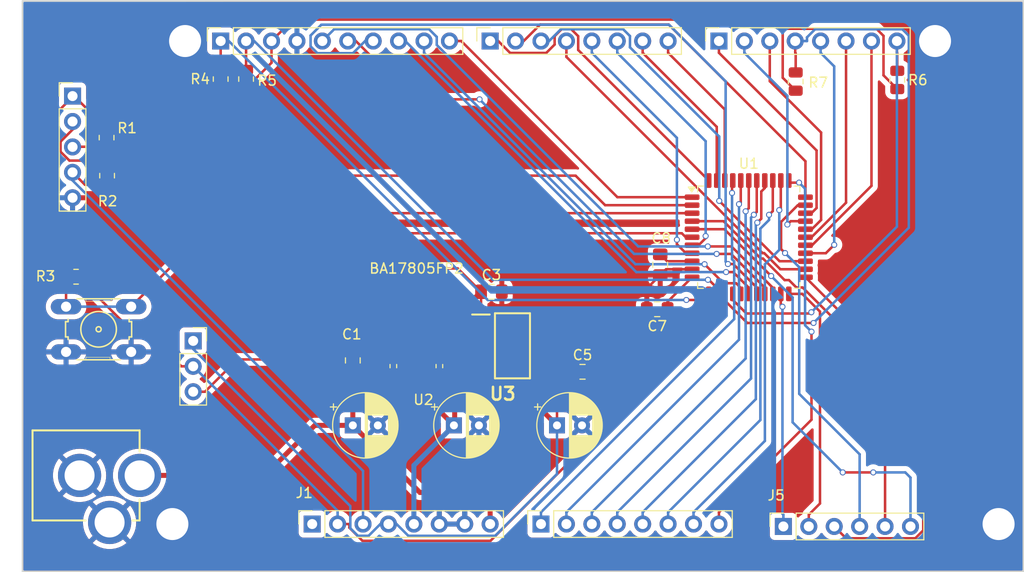
<source format=kicad_pcb>
(kicad_pcb (version 20240108) (generator "pcbnew") (generator_version "8.0")
  (title_block (date "mar. 31 mars 2015"))
  (layers (0 "F.Cu" signal) (31 "B.Cu" signal) (34 "B.Paste" user) (35 "F.Paste" user) (36 "B.SilkS" user "B.Silkscreen") (37 "F.SilkS" user "F.Silkscreen") (38 "B.Mask" user) (39 "F.Mask" user) (44 "Edge.Cuts" user))
  (net 0 "")
  (net 1 "GND")
  (net 2 "Net-(U1-REGC)")
  (net 3 "/SDA")
  (net 4 "/SCL")
  (net 5 "/P122")
  (net 6 "+3.3V")
  (net 7 "/P121")
  (net 8 "Net-(J4-Pin_3)")
  (net 9 "Net-(J2-Pin_10)")
  (net 10 "Net-(J4-Pin_4)")
  (net 11 "Net-(J2-Pin_9)")
  (net 12 "/MISO_00")
  (net 13 "/MOSI_20")
  (net 14 "/MISO_21")
  (net 15 "/SCK_21")
  (net 16 "/CS_21")
  (net 17 "/CS_20")
  (net 18 "/MOSI_21")
  (net 19 "/SCK_20")
  (net 20 "/MISO_20")
  (net 21 "Net-(J4-Pin_2)")
  (net 22 "/SCK_00")
  (net 23 "Net-(J4-Pin_8)")
  (net 24 "/CS_00")
  (net 25 "/MOSI_00")
  (net 26 "/MOSI_11")
  (net 27 "Net-(J4-Pin_1)")
  (net 28 "Net-(J4-Pin_7)")
  (net 29 "/CS_11")
  (net 30 "Net-(J5-Pin_5)")
  (net 31 "/MISO_11")
  (net 32 "+5V")
  (net 33 "Net-(J3-Pin_3)")
  (net 34 "Net-(J3-Pin_2)")
  (net 35 "Net-(J3-Pin_4)")
  (net 36 "Net-(J5-Pin_6)")
  (net 37 "Net-(J3-Pin_6)")
  (net 38 "/SCK_11")
  (net 39 "Net-(P3-Pin_2)")
  (net 40 "Net-(J3-Pin_7)")
  (net 41 "Net-(P3-Pin_3)")
  (net 42 "Net-(J3-Pin_5)")
  (net 43 "Net-(J3-Pin_1)")
  (net 44 "Net-(J3-Pin_8)")
  (net 45 "/Vin")
  (net 46 "Net-(S1-S)")
  (net 47 "VCC")
  (net 48 "/~{RESET}")
  (footprint "Connector_PinSocket_2.54mm:PinSocket_1x08_P2.54mm_Vertical" (layer "F.Cu") (at 101.802 77.26 90)
    (property "Reference" "J3" (hide yes))
    (property "Value" "Analog")
  )
  (footprint "Connector_PinSocket_2.54mm:PinSocket_1x10_P2.54mm_Vertical" (layer "F.Cu") (at 69.798 29 90)
    (property "Reference" "J2" (hide yes))
    (property "Value" "Misc IOs")
  )
  (footprint "Connector_PinSocket_2.54mm:PinSocket_1x08_P2.54mm_Vertical" (layer "F.Cu") (at 96.722 29 90)
    (property "Reference" "J4" (hide yes))
    (property "Value" "Misc IOS")
  )
  (footprint "Connector_PinSocket_2.54mm:PinSocket_1x08_P2.54mm_Vertical" (layer "F.Cu") (at 119.582 29 90)
    (property "Reference" "J6" (hide yes))
    (property "Value" "Communication")
  )
  (footprint "Capacitor_THT:CP_Radial_D6.3mm_P2.50mm" (layer "F.Cu") (at 93.102 67.4)
    (property "Reference" "C4" (hide yes))
    (property "Value" "47uF")
  )
  (footprint "catu:MountingHole_3.2mm" (layer "F.Cu") (at 147.522 77.26)
    (property "Reference" "MH4" (hide yes))
    (property "Value" "MountingHole_3.2mm" (hide yes))
  )
  (footprint "Capacitor_SMD:C_0805_2012Metric_Pad1.18x1.45mm_HandSolder" (layer "F.Cu") (at 113.714 51.35 -90)
    (property "Reference" "C8")
    (property "Value" "0.1uF")
  )
  (footprint "Resistor_SMD:R_0805_2012Metric" (layer "F.Cu") (at 58.4 38.65 -90)
    (property "Reference" "R1")
    (property "Value" "1k")
  )
  (footprint "Resistor_SMD:R_0805_2012Metric" (layer "F.Cu") (at 137.4 32.8875 90)
    (property "Reference" "R6")
    (property "Value" "10k")
  )
  (footprint "catu:B3F-10XX" (layer "F.Cu") (at 57.602 57.8)
    (property "Reference" "S1" (hide yes))
    (property "Value" "10-XX" (hide yes))
  )
  (footprint "Capacitor_THT:CP_Radial_D6.3mm_P2.50mm" (layer "F.Cu") (at 83.002 67.4)
    (property "Reference" "C2" (hide yes))
    (property "Value" "47uF")
  )
  (footprint "Connector_PinSocket_2.54mm:PinSocket_1x08_P2.54mm_Vertical" (layer "F.Cu") (at 78.942 77.26 90)
    (property "Reference" "J1")
    (property "Value" "Power")
  )
  (footprint "catu:BA17805FP" (layer "F.Cu") (at 89.349999 56.9826)
    (property "Reference" "U2")
    (property "Value" "BA17805FP2")
  )
  (footprint "Resistor_SMD:R_0805_2012Metric_Pad1.20x1.40mm_HandSolder" (layer "F.Cu") (at 55.35 52.55)
    (property "Reference" "R3")
    (property "Value" "4.7k")
  )
  (footprint "catu:POWER_JACK_PTH" (layer "F.Cu") (at 48 72.4 -90)
    (property "Reference" "P2" (hide yes))
    (property "Value" "POWER_JACKPTH" (hide yes))
  )
  (footprint "catu:MountingHole_3.2mm" (layer "F.Cu") (at 66.242 29)
    (property "Reference" "MH1" (hide yes))
    (property "Value" "MountingHole_3.2mm" (hide yes))
  )
  (footprint "Resistor_SMD:R_0805_2012Metric" (layer "F.Cu") (at 72.338 32.8 90)
    (property "Reference" "R5")
    (property "Value" "10k")
  )
  (footprint "Capacitor_THT:CP_Radial_D6.3mm_P2.50mm" (layer "F.Cu") (at 103.402 67.4)
    (property "Reference" "C6" (hide yes))
    (property "Value" "47uF")
  )
  (footprint "Resistor_SMD:R_0805_2012Metric" (layer "F.Cu") (at 69.798 32.8 90)
    (property "Reference" "R4")
    (property "Value" "10k")
  )
  (footprint "Capacitor_SMD:C_0805_2012Metric_Pad1.18x1.45mm_HandSolder" (layer "F.Cu") (at 96.852 54.05)
    (property "Reference" "C3")
    (property "Value" "0.1uF")
  )
  (footprint "Capacitor_SMD:C_0805_2012Metric_Pad1.18x1.45mm_HandSolder" (layer "F.Cu") (at 113.414 55.8 180)
    (property "Reference" "C7")
    (property "Value" "0.1uF")
  )
  (footprint "Connector_PinSocket_2.54mm:PinSocket_1x03_P2.54mm_Vertical" (layer "F.Cu") (at 67.052 58.96)
    (property "Reference" "JP1" (hide yes))
    (property "Value" "Jumper_3_Bridged12" (hide yes))
  )
  (footprint "Package_QFP:LQFP-44_10x10mm_P0.8mm" (layer "F.Cu") (at 122.5625 48.6)
    (property "Reference" "U1")
    (property "Value" "R5F100FLAFP")
  )
  (footprint "Resistor_SMD:R_0805_2012Metric" (layer "F.Cu") (at 58.45 42.45 -90)
    (property "Reference" "R2")
    (property "Value" "10k")
  )
  (footprint "Resistor_SMD:R_0805_2012Metric" (layer "F.Cu") (at 127.25 33.05 90)
    (property "Reference" "R7")
    (property "Value" "10k")
  )
  (footprint "catu:MountingHole_3.2mm" (layer "F.Cu") (at 64.972 77.26)
    (property "Reference" "MH2" (hide yes))
    (property "Value" "MountingHole_3.2mm" (hide yes))
  )
  (footprint "Connector_PinHeader_2.54mm:PinHeader_1x05_P2.54mm_Vertical" (layer "F.Cu") (at 55 34.5)
    (property "Reference" "P3" (hide yes))
    (property "Value" "E2 Lite")
  )
  (footprint "Capacitor_SMD:C_0805_2012Metric_Pad1.18x1.45mm_HandSolder" (layer "F.Cu") (at 83.002 60.9125 90)
    (property "Reference" "C1")
    (property "Value" "0.1uF")
  )
  (footprint "Connector_PinSocket_2.54mm:PinSocket_1x06_P2.54mm_Vertical" (layer "F.Cu") (at 126.02 77.5 90)
    (property "Reference" "J5")
    (property "Value" "Misc IOs")
  )
  (footprint "Capacitor_SMD:C_0805_2012Metric_Pad1.18x1.45mm_HandSolder" (layer "F.Cu") (at 105.952 62.05)
    (property "Reference" "C5")
    (property "Value" "0.1uF")
  )
  (footprint "catu:SOT230P700X180-4N" (layer "F.Cu") (at 98.952 59.45)
    (property "Reference" "U3")
    (property "Value" "TPS7B8333QDCYRQ1" (hide yes))
  )
  (footprint "catu:MountingHole_3.2mm" (layer "F.Cu") (at 141.172 29)
    (property "Reference" "MH3" (hide yes))
    (property "Value" "MountingHole_3.2mm" (hide yes))
  )
  (gr_line (start 50 82) (end 50 25) (stroke (width 0.15)) (layer "Edge.Cuts"))
  (gr_line (start 150 82) (end 50 82) (stroke (width 0.15)) (layer "Edge.Cuts"))
  (gr_line (start 50 25) (end 150 25) (stroke (width 0.15)) (layer "Edge.Cuts"))
  (gr_line (start 150 25) (end 150 82) (stroke (width 0.15)) (layer "Edge.Cuts"))
  (segment (start 108.7 59.45) (end 108.713 59.4632) (width 0.25) (layer "F.Cu") (net 1))
  (segment (start 83.002 59.875) (end 85.8944 56.9826) (width 0.5) (layer "F.Cu") (net 1))
  (segment (start 113.714 52.3875) (end 114.302 51.8) (width 0.25) (layer "F.Cu") (net 1))
  (segment (start 102.102 59.45) (end 108.7 59.45) (width 0.5) (layer "F.Cu") (net 1))
  (segment (start 114.302 51.8) (end 116.9 51.8) (width 0.25) (layer "F.Cu") (net 1))
  (segment (start 95.802 59.45) (end 102.102 59.45) (width 0.5) (layer "F.Cu") (net 1))
  (segment (start 112.376 55.8) (end 112.376 53.725) (width 0.25) (layer "F.Cu") (net 1))
  (segment (start 106.9895 62.05) (end 106.9895 66.3125) (width 0.5) (layer "F.Cu") (net 1))
  (segment (start 112.376 53.725) (end 113.714 52.3875) (width 0.25) (layer "F.Cu") (net 1))
  (segment (start 85.8944 56.9826) (end 89.349999 56.9826) (width 0.5) (layer "F.Cu") (net 1))
  (segment (start 89.349999 56.9826) (end 91.067399 58.7) (width 0.5) (layer "F.Cu") (net 1))
  (segment (start 108.713 59.4632) (end 112.376 55.8) (width 0.25) (layer "F.Cu") (net 1))
  (segment (start 106.9895 66.3125) (end 105.902 67.4) (width 0.5) (layer "F.Cu") (net 1))
  (segment (start 106.99 62.05) (end 106.99 61.187) (width 0.5) (layer "F.Cu") (net 1))
  (segment (start 106.99 61.187) (end 108.713 59.4632) (width 0.5) (layer "F.Cu") (net 1))
  (segment (start 94.182 71.068) (end 94.182 77.26) (width 0.5) (layer "B.Cu") (net 1))
  (segment (start 95.602 69.648) (end 94.182 71.068) (width 0.5) (layer "B.Cu") (net 1))
  (segment (start 95.602 67.4) (end 95.602 69.648) (width 0.5) (layer "B.Cu") (net 1))
  (segment (start 114.402 51) (end 116.9 51) (width 0.25) (layer "F.Cu") (net 2))
  (segment (start 113.714 50.3125) (end 114.402 51) (width 0.25) (layer "F.Cu") (net 2))
  (segment (start 72.338 31.8875) (end 72.338 29) (width 0.25) (layer "F.Cu") (net 3))
  (segment (start 118.5723 52.8547) (end 119.3625 53.6449) (width 0.25) (layer "F.Cu") (net 3))
  (segment (start 119.3625 53.6449) (end 119.3625 54.2625) (width 0.25) (layer "F.Cu") (net 3))
  (segment (start 118.4833 52.8547) (end 118.5723 52.8547) (width 0.25) (layer "F.Cu") (net 3))
  (via (at 118.4833 52.8547) (size 0.6) (drill 0.4) (layers "F.Cu" "B.Cu") (net 3))
  (segment (start 72.338 29) (end 73.147 29) (width 0.25) (layer "B.Cu") (net 3))
  (segment (start 73.147 29) (end 97.0017 52.8547) (width 0.25) (layer "B.Cu") (net 3))
  (segment (start 97.0017 52.8547) (end 118.4833 52.8547) (width 0.25) (layer "B.Cu") (net 3))
  (segment (start 116.3247 54.8714) (end 117.9536 54.8714) (width 0.25) (layer "F.Cu") (net 4))
  (segment (start 117.9536 54.8714) (end 118.5625 54.2625) (width 0.25) (layer "F.Cu") (net 4))
  (segment (start 69.798 31.8875) (end 69.798 29) (width 0.25) (layer "F.Cu") (net 4))
  (via (at 116.3247 54.8714) (size 0.6) (drill 0.4) (layers "F.Cu" "B.Cu") (net 4))
  (segment (start 69.798 29) (end 70.607 29) (width 0.25) (layer "B.Cu") (net 4))
  (segment (start 70.607 29) (end 96.4784 54.8714) (width 0.25) (layer "B.Cu") (net 4))
  (segment (start 96.4784 54.8714) (end 116.3247 54.8714) (width 0.25) (layer "B.Cu") (net 4))
  (segment (start 118.2542 48.6954) (end 118.2542 48.4827) (width 0.25) (layer "F.Cu") (net 5))
  (segment (start 116.9 49.4) (end 117.5496 49.4) (width 0.25) (layer "F.Cu") (net 5))
  (segment (start 117.5496 49.4) (end 118.2542 48.6954) (width 0.25) (layer "F.Cu") (net 5))
  (via (at 118.2542 48.4827) (size 0.6) (drill 0.4) (layers "F.Cu" "B.Cu") (net 5))
  (segment (start 118.2542 39.0089) (end 118.2542 48.4827) (width 0.25) (layer "B.Cu") (net 5))
  (segment (start 109.422 29) (end 109.422 30.1767) (width 0.25) (layer "B.Cu") (net 5))
  (segment (start 109.422 30.1767) (end 118.2542 39.0089) (width 0.25) (layer "B.Cu") (net 5))
  (segment (start 103.402 67.4) (end 103.402 63.5625) (width 0.25) (layer "F.Cu") (net 6))
  (segment (start 104.158 62.8062) (end 104.1583 62.8062) (width 0.25) (layer "F.Cu") (net 6))
  (segment (start 104.158 62.8062) (end 104.914 62.05) (width 0.25) (layer "F.Cu") (net 6))
  (segment (start 104.1583 62.8062) (end 104.9145 62.05) (width 0.25) (layer "F.Cu") (net 6))
  (segment (start 95.802 61.75) (end 97.752 61.75) (width 0.5) (layer "F.Cu") (net 6))
  (segment (start 97.752 61.75) (end 103.402 67.4) (width 0.5) (layer "F.Cu") (net 6))
  (segment (start 103.402 63.5625) (end 104.158 62.8062) (width 0.25) (layer "F.Cu") (net 6))
  (segment (start 84.5764 78.4367) (end 85.7531 77.26) (width 0.25) (layer "B.Cu") (net 6))
  (segment (start 88.5476 78.4367) (end 87.3709 77.26) (width 0.25) (layer "B.Cu") (net 6))
  (segment (start 103.402 67.4) (end 103.402 72.2546) (width 0.25) (layer "B.Cu") (net 6))
  (segment (start 82.752 77.6805) (end 83.5082 78.4367) (width 0.25) (layer "B.Cu") (net 6))
  (segment (start 103.402 72.2546) (end 97.2199 78.4367) (width 0.25) (layer "B.Cu") (net 6))
  (segment (start 67.052 59.769) (end 82.752 75.469) (width 0.25) (layer "B.Cu") (net 6))
  (segment (start 85.7531 77.26) (end 86.562 77.26) (width 0.25) (layer "B.Cu") (net 6))
  (segment (start 67.052 58.96) (end 67.052 59.769) (width 0.25) (layer "B.Cu") (net 6))
  (segment (start 82.752 75.469) (end 82.752 77.6805) (width 0.25) (layer "B.Cu") (net 6))
  (segment (start 87.3709 77.26) (end 86.562 77.26) (width 0.25) (layer "B.Cu") (net 6))
  (segment (start 83.5082 78.4367) (end 84.5764 78.4367) (width 0.25) (layer "B.Cu") (net 6))
  (segment (start 97.2199 78.4367) (end 88.5476 78.4367) (width 0.25) (layer "B.Cu") (net 6))
  (segment (start 115.3807 49.2995) (end 115.3807 48.8551) (width 0.25) (layer "F.Cu") (net 7))
  (segment (start 116.9 50.2) (end 116.2812 50.2) (width 0.25) (layer "F.Cu") (net 7))
  (segment (start 116.2812 50.2) (end 115.3807 49.2995) (width 0.25) (layer "F.Cu") (net 7))
  (via (at 115.3807 48.8551) (size 0.6) (drill 0.4) (layers "F.Cu" "B.Cu") (net 7))
  (segment (start 115.3807 48.8551) (end 115.3807 38.6754) (width 0.25) (layer "B.Cu") (net 7))
  (segment (start 106.882 29) (end 106.882 30.1767) (width 0.25) (layer "B.Cu") (net 7))
  (segment (start 115.3807 38.6754) (end 106.882 30.1767) (width 0.25) (layer "B.Cu") (net 7))
  (segment (start 128.225 51) (end 125.6399 51) (width 0.25) (layer "F.Cu") (net 8))
  (segment (start 125.6399 51) (end 119.6118 44.9719) (width 0.25) (layer "F.Cu") (net 8))
  (via (at 119.6118 44.9719) (size 0.6) (drill 0.4) (layers "F.Cu" "B.Cu") (net 8))
  (segment (start 102.6109 29) (end 103.7876 27.8233) (width 0.25) (layer "B.Cu") (net 8))
  (segment (start 119.6118 38.5498) (end 119.6118 44.9719) (width 0.25) (layer "B.Cu") (net 8))
  (segment (start 103.7876 27.8233) (end 110.0135 27.8233) (width 0.25) (layer "B.Cu") (net 8))
  (segment (start 110.0135 27.8233) (end 110.692 28.5018) (width 0.25) (layer "B.Cu") (net 8))
  (segment (start 110.692 29.63) (end 119.6118 38.5498) (width 0.25) (layer "B.Cu") (net 8))
  (segment (start 101.802 29) (end 102.6109 29) (width 0.25) (layer "B.Cu") (net 8))
  (segment (start 110.692 28.5018) (end 110.692 29.63) (width 0.25) (layer "B.Cu") (net 8))
  (segment (start 116.9 44.6) (end 109.4347 44.6) (width 0.25) (layer "F.Cu") (net 9))
  (segment (start 109.4347 44.6) (end 93.8347 29) (width 0.25) (layer "F.Cu") (net 9))
  (segment (start 92.658 29) (end 93.8347 29) (width 0.25) (layer "F.Cu") (net 9))
  (segment (start 104.342 29) (end 104.342 30.1767) (width 0.25) (layer "F.Cu") (net 10))
  (segment (start 123.9453 50.1916) (end 104.342 30.5883) (width 0.25) (layer "F.Cu") (net 10))
  (segment (start 104.342 30.5883) (end 104.342 30.1767) (width 0.25) (layer "F.Cu") (net 10))
  (segment (start 128.225 51.8) (end 125.7165 51.8) (width 0.25) (layer "F.Cu") (net 10))
  (segment (start 124.1081 50.1916) (end 123.9453 50.1916) (width 0.25) (layer "F.Cu") (net 10))
  (segment (start 125.7165 51.8) (end 124.1081 50.1916) (width 0.25) (layer "F.Cu") (net 10))
  (segment (start 121.7625 53.6677) (end 121.2926 53.1978) (width 0.25) (layer "F.Cu") (net 11))
  (segment (start 121.7625 54.2625) (end 121.7625 53.6677) (width 0.25) (layer "F.Cu") (net 11))
  (segment (start 121.2926 53.1978) (end 120.0436 53.1978) (width 0.25) (layer "F.Cu") (net 11))
  (segment (start 120.0436 53.1978) (end 118.1455 51.2997) (width 0.25) (layer "F.Cu") (net 11))
  (via (at 118.1455 51.2997) (size 0.6) (drill 0.4) (layers "F.Cu" "B.Cu") (net 11))
  (segment (start 90.118 29) (end 90.118 30.1767) (width 0.25) (layer "B.Cu") (net 11))
  (segment (start 118.1455 51.2997) (end 111.241 51.2997) (width 0.25) (layer "B.Cu") (net 11))
  (segment (start 111.241 51.2997) (end 90.118 30.1767) (width 0.25) (layer "B.Cu") (net 11))
  (segment (start 126.75 47) (end 126.4188 47.3312) (width 0.25) (layer "F.Cu") (net 12))
  (segment (start 128.225 47) (end 126.75 47) (width 0.25) (layer "F.Cu") (net 12))
  (via (at 126.4188 47.3312) (size 0.6) (drill 0.4) (layers "F.Cu" "B.Cu") (net 12))
  (segment (start 126.4188 34.4735) (end 126.4188 47.3312) (width 0.25) (layer "B.Cu") (net 12))
  (segment (start 122.122 30.1767) (end 126.4188 34.4735) (width 0.25) (layer "B.Cu") (net 12))
  (segment (start 122.122 29) (end 122.122 30.1767) (width 0.25) (layer "B.Cu") (net 12))
  (segment (start 134.822 43.4675) (end 128.8895 49.4) (width 0.25) (layer "F.Cu") (net 13))
  (segment (start 134.822 29) (end 134.822 43.4675) (width 0.25) (layer "F.Cu") (net 13))
  (segment (start 128.8895 49.4) (end 128.225 49.4) (width 0.25) (layer "F.Cu") (net 13))
  (segment (start 120.7901 50.2686) (end 119.3501 50.2686) (width 0.25) (layer "F.Cu") (net 14))
  (segment (start 83.307 29) (end 89.1334 34.8264) (width 0.25) (layer "F.Cu") (net 14))
  (segment (start 82.498 29) (end 83.307 29) (width 0.25) (layer "F.Cu") (net 14))
  (segment (start 89.1334 34.8264) (end 95.664 34.8264) (width 0.25) (layer "F.Cu") (net 14))
  (segment (start 124.1625 53.641) (end 120.7901 50.2686) (width 0.25) (layer "F.Cu") (net 14))
  (segment (start 124.1625 54.2625) (end 124.1625 53.641) (width 0.25) (layer "F.Cu") (net 14))
  (via (at 95.664 34.8264) (size 0.6) (drill 0.4) (layers "F.Cu" "B.Cu") (net 14))
  (via (at 119.3501 50.2686) (size 0.6) (drill 0.4) (layers "F.Cu" "B.Cu") (net 14))
  (segment (start 119.3501 50.2686) (end 111.1062 50.2686) (width 0.25) (layer "B.Cu") (net 14))
  (segment (start 111.1062 50.2686) (end 95.664 34.8264) (width 0.25) (layer "B.Cu") (net 14))
  (segment (start 118.4667 49.523) (end 120.8328 49.523) (width 0.25) (layer "F.Cu") (net 15))
  (segment (start 124.9625 53.6527) (end 124.9625 54.2625) (width 0.25) (layer "F.Cu") (net 15))
  (segment (start 120.8328 49.523) (end 124.9625 53.6527) (width 0.25) (layer "F.Cu") (net 15))
  (via (at 118.4667 49.523) (size 0.6) (drill 0.4) (layers "F.Cu" "B.Cu") (net 15))
  (segment (start 91.388 29.3942) (end 111.5168 49.523) (width 0.25) (layer "B.Cu") (net 15))
  (segment (start 90.6185 27.8199) (end 91.388 28.5894) (width 0.25) (layer "B.Cu") (net 15))
  (segment (start 81.1381 27.8199) (end 90.6185 27.8199) (width 0.25) (layer "B.Cu") (net 15))
  (segment (start 79.958 29) (end 81.1381 27.8199) (width 0.25) (layer "B.Cu") (net 15))
  (segment (start 91.388 28.5894) (end 91.388 29.3942) (width 0.25) (layer "B.Cu") (net 15))
  (segment (start 111.5168 49.523) (end 118.4667 49.523) (width 0.25) (layer "B.Cu") (net 15))
  (segment (start 122.5625 53.6422) (end 121.0047 52.0844) (width 0.25) (layer "F.Cu") (net 16))
  (segment (start 122.5625 54.2625) (end 122.5625 53.6422) (width 0.25) (layer "F.Cu") (net 16))
  (segment (start 121.0047 52.0844) (end 120.293 52.0844) (width 0.25) (layer "F.Cu") (net 16))
  (via (at 120.293 52.0844) (size 0.6) (drill 0.4) (layers "F.Cu" "B.Cu") (net 16))
  (segment (start 111.3243 52.0844) (end 88.2399 29) (width 0.25) (layer "B.Cu") (net 16))
  (segment (start 120.293 52.0844) (end 111.3243 52.0844) (width 0.25) (layer "B.Cu") (net 16))
  (segment (start 88.2399 29) (end 87.578 29) (width 0.25) (layer "B.Cu") (net 16))
  (segment (start 137.362 30.1767) (end 137.4 30.2147) (width 0.25) (layer "F.Cu") (net 17))
  (segment (start 120.9625 54.8573) (end 122.3259 56.2207) (width 0.25) (layer "F.Cu") (net 17))
  (segment (start 137.4 30.2147) (end 137.4 31.975) (width 0.25) (layer "F.Cu") (net 17))
  (segment (start 120.9625 54.2625) (end 120.9625 54.8573) (width 0.25) (layer "F.Cu") (net 17))
  (segment (start 122.3259 56.2207) (end 128.6902 56.2207) (width 0.25) (layer "F.Cu") (net 17))
  (segment (start 128.6902 56.2207) (end 128.8139 56.097) (width 0.25) (layer "F.Cu") (net 17))
  (segment (start 137.362 29) (end 137.362 30.1767) (width 0.25) (layer "F.Cu") (net 17))
  (via (at 128.8139 56.097) (size 0.6) (drill 0.4) (layers "F.Cu" "B.Cu") (net 17))
  (segment (start 137.362 47.5489) (end 137.362 29) (width 0.25) (layer "B.Cu") (net 17))
  (segment (start 128.8139 56.097) (end 137.362 47.5489) (width 0.25) (layer "B.Cu") (net 17))
  (segment (start 121.0135 51.2787) (end 120.4779 51.2787) (width 0.25) (layer "F.Cu") (net 18))
  (segment (start 123.3625 53.6277) (end 121.0135 51.2787) (width 0.25) (layer "F.Cu") (net 18))
  (segment (start 123.3625 54.2625) (end 123.3625 53.6277) (width 0.25) (layer "F.Cu") (net 18))
  (via (at 120.4779 51.2787) (size 0.6) (drill 0.4) (layers "F.Cu" "B.Cu") (net 18))
  (segment (start 79.4626 30.2124) (end 78.781 29.5308) (width 0.25) (layer "B.Cu") (net 18))
  (segment (start 79.8603 27.368) (end 114.5866 27.368) (width 0.25) (layer "B.Cu") (net 18))
  (segment (start 120.2523 33.0337) (end 120.2523 51.0531) (width 0.25) (layer "B.Cu") (net 18))
  (segment (start 120.2523 51.0531) (end 120.4779 51.2787) (width 0.25) (layer "B.Cu") (net 18))
  (segment (start 83.0166 30.2124) (end 79.4626 30.2124) (width 0.25) (layer "B.Cu") (net 18))
  (segment (start 78.781 28.4473) (end 79.8603 27.368) (width 0.25) (layer "B.Cu") (net 18))
  (segment (start 84.229 29) (end 83.0166 30.2124) (width 0.25) (layer "B.Cu") (net 18))
  (segment (start 85.038 29) (end 84.229 29) (width 0.25) (layer "B.Cu") (net 18))
  (segment (start 114.5866 27.368) (end 120.2523 33.0337) (width 0.25) (layer "B.Cu") (net 18))
  (segment (start 78.781 29.5308) (end 78.781 28.4473) (width 0.25) (layer "B.Cu") (net 18))
  (segment (start 128.225 50.2) (end 130.2589 50.2) (width 0.25) (layer "F.Cu") (net 19))
  (segment (start 130.2589 50.2) (end 131.0971 49.3618) (width 0.25) (layer "F.Cu") (net 19))
  (via (at 131.0971 49.3618) (size 0.6) (drill 0.4) (layers "F.Cu" "B.Cu") (net 19))
  (segment (start 131.0971 31.5318) (end 129.742 30.1767) (width 0.25) (layer "B.Cu") (net 19))
  (segment (start 129.742 29) (end 129.742 30.1767) (width 0.25) (layer "B.Cu") (net 19))
  (segment (start 131.0971 49.3618) (end 131.0971 31.5318) (width 0.25) (layer "B.Cu") (net 19))
  (segment (start 128.8296 48.6) (end 132.282 45.1476) (width 0.25) (layer "F.Cu") (net 20))
  (segment (start 132.282 45.1476) (end 132.282 29) (width 0.25) (layer "F.Cu") (net 20))
  (segment (start 128.225 48.6) (end 128.8296 48.6) (width 0.25) (layer "F.Cu") (net 20))
  (segment (start 114.5626 27.3511) (end 128.225 41.0135) (width 0.25) (layer "F.Cu") (net 21))
  (segment (start 128.225 41.0135) (end 128.225 44.6) (width 0.25) (layer "F.Cu") (net 21))
  (segment (start 101.7199 27.3511) (end 114.5626 27.3511) (width 0.25) (layer "F.Cu") (net 21))
  (segment (start 99.262 29) (end 100.071 29) (width 0.25) (layer "F.Cu") (net 21))
  (segment (start 100.071 29) (end 101.7199 27.3511) (width 0.25) (layer "F.Cu") (net 21))
  (segment (start 129.3363 45.6845) (end 128.8208 46.2) (width 0.25) (layer "F.Cu") (net 22))
  (segment (start 119.582 29) (end 119.582 30.1767) (width 0.25) (layer "F.Cu") (net 22))
  (segment (start 128.8208 46.2) (end 128.225 46.2) (width 0.25) (layer "F.Cu") (net 22))
  (segment (start 129.3363 39.931) (end 129.3363 45.6845) (width 0.25) (layer "F.Cu") (net 22))
  (segment (start 119.582 30.1767) (end 129.3363 39.931) (width 0.25) (layer "F.Cu") (net 22))
  (segment (start 114.502 29) (end 114.502 30.1767) (width 0.25) (layer "F.Cu") (net 23))
  (segment (start 120.1625 35.8372) (end 120.1625 42.9375) (width 0.25) (layer "F.Cu") (net 23))
  (segment (start 114.502 30.1767) (end 120.1625 35.8372) (width 0.25) (layer "F.Cu") (net 23))
  (segment (start 120.1625 54.9198) (end 122.4116 57.1689) (width 0.25) (layer "F.Cu") (net 24))
  (segment (start 122.4116 57.1689) (end 129.0303 57.1689) (width 0.25) (layer "F.Cu") (net 24))
  (segment (start 127.25 32.1375) (end 127.25 30.2247) (width 0.25) (layer "F.Cu") (net 24))
  (segment (start 127.202 29.5883) (end 127.202 30.1767) (width 0.25) (layer "F.Cu") (net 24))
  (segment (start 127.25 30.2247) (end 127.202 30.1767) (width 0.25) (layer "F.Cu") (net 24))
  (segment (start 127.202 29.5883) (end 127.202 29) (width 0.25) (layer "F.Cu") (net 24))
  (segment (start 120.1625 54.2625) (end 120.1625 54.9198) (width 0.25) (layer "F.Cu") (net 24))
  (via (at 129.0303 57.1689) (size 0.6) (drill 0.4) (layers "F.Cu" "B.Cu") (net 24))
  (segment (start 129.0303 57.1689) (end 138.5537 47.6455) (width 0.25) (layer "B.Cu") (net 24))
  (segment (start 138.5537 28.472) (end 137.905 27.8233) (width 0.25) (layer "B.Cu") (net 24))
  (segment (start 129.1876 27.8233) (end 128.3787 28.6322) (width 0.25) (layer "B.Cu") (net 24))
  (segment (start 127.202 29) (end 128.3787 29) (width 0.25) (layer "B.Cu") (net 24))
  (segment (start 138.5537 47.6455) (end 138.5537 28.472) (width 0.25) (layer "B.Cu") (net 24))
  (segment (start 137.905 27.8233) (end 129.1876 27.8233) (width 0.25) (layer "B.Cu") (net 24))
  (segment (start 128.3787 28.6322) (end 128.3787 29) (width 0.25) (layer "B.Cu") (net 24))
  (segment (start 124.662 33.0142) (end 124.662 29) (width 0.25) (layer "F.Cu") (net 25))
  (segment (start 129.7886 46.8751) (end 129.7886 38.1408) (width 0.25) (layer "F.Cu") (net 25))
  (segment (start 129.7886 38.1408) (end 124.662 33.0142) (width 0.25) (layer "F.Cu") (net 25))
  (segment (start 128.8637 47.8) (end 129.7886 46.8751) (width 0.25) (layer "F.Cu") (net 25))
  (segment (start 128.225 47.8) (end 128.8637 47.8) (width 0.25) (layer "F.Cu") (net 25))
  (segment (start 139.2025 78.6817) (end 139.992 77.8922) (width 0.25) (layer "F.Cu") (net 26))
  (segment (start 139.992 64.367) (end 128.225 52.6) (width 0.25) (layer "F.Cu") (net 26))
  (segment (start 132.2817 78.6817) (end 139.2025 78.6817) (width 0.25) (layer "F.Cu") (net 26))
  (segment (start 131.1 77.5) (end 132.2817 78.6817) (width 0.25) (layer "F.Cu") (net 26))
  (segment (start 139.992 77.8922) (end 139.992 64.367) (width 0.25) (layer "F.Cu") (net 26))
  (segment (start 103.1653 28.5125) (end 103.1653 29.3517) (width 0.25) (layer "F.Cu") (net 27))
  (segment (start 98.7217 30.1907) (end 97.531 29) (width 0.25) (layer "F.Cu") (net 27))
  (segment (start 118.5625 42.9375) (end 105.5187 29.8937) (width 0.25) (layer "F.Cu") (net 27))
  (segment (start 105.5187 29.8937) (end 105.5187 28.5125) (width 0.25) (layer "F.Cu") (net 27))
  (segment (start 103.1653 29.3517) (end 102.3263 30.1907) (width 0.25) (layer "F.Cu") (net 27))
  (segment (start 105.5187 28.5125) (end 104.8295 27.8233) (width 0.25) (layer "F.Cu") (net 27))
  (segment (start 103.8545 27.8233) (end 103.1653 28.5125) (width 0.25) (layer "F.Cu") (net 27))
  (segment (start 97.531 29) (end 96.722 29) (width 0.25) (layer "F.Cu") (net 27))
  (segment (start 104.8295 27.8233) (end 103.8545 27.8233) (width 0.25) (layer "F.Cu") (net 27))
  (segment (start 102.3263 30.1907) (end 98.7217 30.1907) (width 0.25) (layer "F.Cu") (net 27))
  (segment (start 119.3625 42.9375) (end 119.3625 37.5772) (width 0.25) (layer "F.Cu") (net 28))
  (segment (start 119.3625 37.5772) (end 111.962 30.1767) (width 0.25) (layer "F.Cu") (net 28))
  (segment (start 111.962 29) (end 111.962 30.1767) (width 0.25) (layer "F.Cu") (net 28))
  (segment (start 127.4622 45.4) (end 125.7905 47.0717) (width 0.25) (layer "F.Cu") (net 29))
  (segment (start 125.7905 49.7854) (end 126.188 50.1829) (width 0.25) (layer "F.Cu") (net 29))
  (segment (start 125.7905 47.0717) (end 125.7905 49.7854) (width 0.25) (layer "F.Cu") (net 29))
  (segment (start 128.225 45.4) (end 127.4622 45.4) (width 0.25) (layer "F.Cu") (net 29))
  (via (at 126.188 50.1829) (size 0.6) (drill 0.4) (layers "F.Cu" "B.Cu") (net 29))
  (segment (start 127.6017 64.2517) (end 127.6017 51.5966) (width 0.25) (layer "B.Cu") (net 29))
  (segment (start 133.64 77.5) (end 133.64 70.29) (width 0.25) (layer "B.Cu") (net 29))
  (segment (start 133.64 70.29) (end 127.6017 64.2517) (width 0.25) (layer "B.Cu") (net 29))
  (segment (start 127.6017 51.5966) (end 126.188 50.1829) (width 0.25) (layer "B.Cu") (net 29))
  (segment (start 136.18 61.8615) (end 127.9426 53.6241) (width 0.25) (layer "F.Cu") (net 30))
  (segment (start 127.9426 53.6241) (end 127.3189 53.6241) (width 0.25) (layer "F.Cu") (net 30))
  (segment (start 127.3189 53.6241) (end 126.5788 52.884) (width 0.25) (layer "F.Cu") (net 30))
  (segment (start 123.9908 50.734) (end 123.7715 50.734) (width 0.25) (layer "F.Cu") (net 30))
  (segment (start 123.7715 50.734) (end 120.0375 47) (width 0.25) (layer "F.Cu") (net 30))
  (segment (start 136.18 77.5) (end 136.18 61.8615) (width 0.25) (layer "F.Cu") (net 30))
  (segment (start 126.1408 52.884) (end 123.9908 50.734) (width 0.25) (layer "F.Cu") (net 30))
  (segment (start 126.5788 52.884) (end 126.1408 52.884) (width 0.25) (layer "F.Cu") (net 30))
  (segment (start 120.0375 47) (end 116.9 47) (width 0.25) (layer "F.Cu") (net 30))
  (segment (start 126.5625 54.2625) (end 127.9071 54.2625) (width 0.25) (layer "F.Cu") (net 31))
  (segment (start 128.56 77.5) (end 128.56 76.3233) (width 0.25) (layer "F.Cu") (net 31))
  (segment (start 127.9071 54.2625) (end 129.6769 56.0323) (width 0.25) (layer "F.Cu") (net 31))
  (segment (start 129.6769 56.0323) (end 129.6769 75.2064) (width 0.25) (layer "F.Cu") (net 31))
  (segment (start 129.6769 75.2064) (end 128.56 76.3233) (width 0.25) (layer "F.Cu") (net 31))
  (segment (start 91.65 62.85) (end 91.65 65.948) (width 0.5) (layer "F.Cu") (net 32))
  (segment (start 93.178199 65.971801) (end 93.65 65.5) (width 0.5) (layer "F.Cu") (net 32))
  (segment (start 93.178199 67.323801) (end 93.178199 65.971801) (width 0.5) (layer "F.Cu") (net 32))
  (segment (start 91.65 65.948) (end 93.102 67.4) (width 0.5) (layer "F.Cu") (net 32))
  (segment (start 93.4873 51.7228) (end 95.8145 54.05) (width 0.25) (layer "F.Cu") (net 32))
  (segment (start 95.8145 57.1375) (end 95.802 57.15) (width 0.25) (layer "F.Cu") (net 32))
  (segment (start 68.2287 64.04) (end 71.4551 60.8136) (width 0.25) (layer "F.Cu") (net 32))
  (segment (start 95.8145 54.05) (end 95.8145 57.1375) (width 0.25) (layer "F.Cu") (net 32))
  (segment (start 93.102 67.4) (end 93.178199 67.323801) (width 0.5) (layer "F.Cu") (net 32))
  (segment (start 71.4551 60.8136) (end 76.3814 60.8136) (width 0.25) (layer "F.Cu") (net 32))
  (segment (start 93.65 56.2145) (end 95.8145 54.05) (width 0.5) (layer "F.Cu") (net 32))
  (segment (start 85.4722 51.7228) (end 93.4873 51.7228) (width 0.25) (layer "F.Cu") (net 32))
  (segment (start 67.052 64.04) (end 68.2287 64.04) (width 0.25) (layer "F.Cu") (net 32))
  (segment (start 93.65 65.5) (end 93.65 56.2145) (width 0.5) (layer "F.Cu") (net 32))
  (segment (start 76.3814 60.8136) (end 85.4722 51.7228) (width 0.25) (layer "F.Cu") (net 32))
  (segment (start 89.102 71.4) (end 93.102 67.4) (width 0.5) (layer "B.Cu") (net 32))
  (segment (start 89.102 77.26) (end 89.102 71.4) (width 0.5) (layer "B.Cu") (net 32))
  (segment (start 122.5625 45.6987) (end 122.249 46.0122) (width 0.25) (layer "F.Cu") (net 33))
  (segment (start 122.5625 42.9375) (end 122.5625 45.6987) (width 0.25) (layer "F.Cu") (net 33))
  (via (at 122.249 46.0122) (size 0.6) (drill 0.4) (layers "F.Cu" "B.Cu") (net 33))
  (segment (start 122.249 46.0122) (end 122.249 60.7163) (width 0.25) (layer "B.Cu") (net 33))
  (segment (start 122.249 60.7163) (end 106.882 76.0833) (width 0.25) (layer "B.Cu") (net 33))
  (segment (start 106.882 77.26) (end 106.882 76.0833) (width 0.25) (layer "B.Cu") (net 33))
  (segment (start 121.7625 45.1205) (end 121.587 45.296) (width 0.25) (layer "F.Cu") (net 34))
  (segment (start 121.7625 42.9375) (end 121.7625 45.1205) (width 0.25) (layer "F.Cu") (net 34))
  (via (at 121.587 45.296) (size 0.6) (drill 0.4) (layers "F.Cu" "B.Cu") (net 34))
  (segment (start 121.587 45.296) (end 121.587 58.8383) (width 0.25) (layer "B.Cu") (net 34))
  (segment (start 121.587 58.8383) (end 104.342 76.0833) (width 0.25) (layer "B.Cu") (net 34))
  (segment (start 104.342 77.26) (end 104.342 76.0833) (width 0.25) (layer "B.Cu") (net 34))
  (segment (start 123.3625 42.9375) (end 123.3592 42.9408) (width 0.25) (layer "F.Cu") (net 35))
  (segment (start 123.3592 46.0672) (end 123.0688 46.3576) (width 0.25) (layer "F.Cu") (net 35))
  (segment (start 123.3592 42.9408) (end 123.3592 46.0672) (width 0.25) (layer "F.Cu") (net 35))
  (via (at 123.0688 46.3576) (size 0.6) (drill 0.4) (layers "F.Cu" "B.Cu") (net 35))
  (segment (start 122.7878 62.7175) (end 122.7878 46.6386) (width 0.25) (layer "B.Cu") (net 35))
  (segment (start 122.7878 46.6386) (end 123.0688 46.3576) (width 0.25) (layer "B.Cu") (net 35))
  (segment (start 109.422 76.0833) (end 122.7878 62.7175) (width 0.25) (layer "B.Cu") (net 35))
  (segment (start 109.422 77.26) (end 109.422 76.0833) (width 0.25) (layer "B.Cu") (net 35))
  (segment (start 131.95 72.1) (end 135 72.1) (width 0.25) (layer "F.Cu") (net 36))
  (segment (start 116.9 47.8) (end 120.1212 47.8) (width 0.25) (layer "F.Cu") (net 36))
  (segment (start 120.1212 47.8) (end 124.7993 52.4781) (width 0.25) (layer "F.Cu") (net 36))
  (via (at 135 72.1) (size 0.6) (drill 0.4) (layers "F.Cu" "B.Cu") (net 36))
  (via (at 131.95 72.1) (size 0.6) (drill 0.4) (layers "F.Cu" "B.Cu") (net 36))
  (via (at 124.7993 52.4781) (size 0.6) (drill 0.4) (layers "F.Cu" "B.Cu") (net 36))
  (segment (start 131.95 72.1) (end 126.9425 67.0925) (width 0.25) (layer "B.Cu") (net 36))
  (segment (start 138.72 72.62) (end 138.72 77.5) (width 0.25) (layer "B.Cu") (net 36))
  (segment (start 126.9425 67.0925) (end 126.9425 54.6213) (width 0.25) (layer "B.Cu") (net 36))
  (segment (start 135 72.1) (end 138.2 72.1) (width 0.25) (layer "B.Cu") (net 36))
  (segment (start 138.2 72.1) (end 138.72 72.62) (width 0.25) (layer "B.Cu") (net 36))
  (segment (start 126.9425 54.6213) (end 124.7993 52.4781) (width 0.25) (layer "B.Cu") (net 36))
  (segment (start 124.9625 42.9375) (end 124.9625 45.9882) (width 0.25) (layer "F.Cu") (net 37))
  (segment (start 124.9625 45.9882) (end 124.5885 46.3622) (width 0.25) (layer "F.Cu") (net 37))
  (via (at 124.5885 46.3622) (size 0.6) (drill 0.4) (layers "F.Cu" "B.Cu") (net 37))
  (segment (start 124.5885 46.3622) (end 124.5885 46.8771) (width 0.25) (layer "B.Cu") (net 37))
  (segment (start 124.5885 46.8771) (end 123.7209 47.7447) (width 0.25) (layer "B.Cu") (net 37))
  (segment (start 123.7209 66.8644) (end 114.502 76.0833) (width 0.25) (layer "B.Cu") (net 37))
  (segment (start 114.502 77.26) (end 114.502 76.0833) (width 0.25) (layer "B.Cu") (net 37))
  (segment (start 123.7209 47.7447) (end 123.7209 66.8644) (width 0.25) (layer "B.Cu") (net 37))
  (segment (start 125.7625 55.3832) (end 125.7625 54.2625) (width 0.25) (layer "F.Cu") (net 38))
  (segment (start 125.9274 55.5481) (end 125.7625 55.3832) (width 0.25) (layer "F.Cu") (net 38))
  (via (at 125.9274 55.5481) (size 0.6) (drill 0.4) (layers "F.Cu" "B.Cu") (net 38))
  (segment (start 126.02 76.3233) (end 125.9274 76.2307) (width 0.25) (layer "B.Cu") (net 38))
  (segment (start 125.9274 76.2307) (end 125.9274 55.5481) (width 0.25) (layer "B.Cu") (net 38))
  (segment (start 126.02 77.5) (end 126.02 76.3233) (width 0.25) (layer "B.Cu") (net 38))
  (segment (start 53.7992 40.0582) (end 54.6843 40.9433) (width 0.25) (layer "F.Cu") (net 39))
  (segment (start 55.9693 40.9433) (end 57.476 42.45) (width 0.25) (layer "F.Cu") (net 39))
  (segment (start 55 37.04) (end 55 37.849) (width 0.25) (layer "F.Cu") (net 39))
  (segment (start 108.2097 45.4) (end 116.9 45.4) (width 0.25) (layer "F.Cu") (net 39))
  (segment (start 57.476 42.45) (end 105.2597 42.45) (width 0.25) (layer "F.Cu") (net 39))
  (segment (start 53.7992 39.0498) (end 53.7992 40.0582) (width 0.25) (layer "F.Cu") (net 39))
  (segment (start 55 37.849) (end 53.7992 39.0498) (width 0.25) (layer "F.Cu") (net 39))
  (segment (start 105.2597 42.45) (end 108.2097 45.4) (width 0.25) (layer "F.Cu") (net 39))
  (segment (start 54.6843 40.9433) (end 55.9693 40.9433) (width 0.25) (layer "F.Cu") (net 39))
  (segment (start 125.7625 42.9375) (end 125.7625 45.7406) (width 0.25) (layer "F.Cu") (net 40))
  (segment (start 125.7625 45.7406) (end 125.6115 45.8916) (width 0.25) (layer "F.Cu") (net 40))
  (via (at 125.6115 45.8916) (size 0.6) (drill 0.4) (layers "F.Cu" "B.Cu") (net 40))
  (segment (start 117.042 77.26) (end 117.042 76.0833) (width 0.25) (layer "B.Cu") (net 40))
  (segment (start 124.1726 51.3036) (end 124.1726 68.9527) (width 0.25) (layer "B.Cu") (net 40))
  (segment (start 125.6115 45.8916) (end 125.6115 49.8647) (width 0.25) (layer "B.Cu") (net 40))
  (segment (start 124.1726 68.9527) (end 117.042 76.0833) (width 0.25) (layer "B.Cu") (net 40))
  (segment (start 125.6115 49.8647) (end 124.1726 51.3036) (width 0.25) (layer "B.Cu") (net 40))
  (segment (start 55.0175 39.5625) (end 55 39.58) (width 0.25) (layer "F.Cu") (net 41))
  (segment (start 57.175 39.5625) (end 55.0175 39.5625) (width 0.25) (layer "F.Cu") (net 41))
  (segment (start 57.175 39.5625) (end 58.45 40.8375) (width 0.25) (layer "F.Cu") (net 41))
  (segment (start 58.45 40.8375) (end 58.45 41.5375) (width 0.25) (layer "F.Cu") (net 41))
  (segment (start 58.4 39.5625) (end 57.175 39.5625) (width 0.25) (layer "F.Cu") (net 41))
  (segment (start 123.8109 44.0382) (end 123.8109 46.7495) (width 0.25) (layer "F.Cu") (net 42))
  (segment (start 124.1625 42.9375) (end 124.1625 43.6866) (width 0.25) (layer "F.Cu") (net 42))
  (segment (start 123.8109 46.7495) (end 123.4145 47.1459) (width 0.25) (layer "F.Cu") (net 42))
  (segment (start 124.1625 43.6866) (end 123.8109 44.0382) (width 0.25) (layer "F.Cu") (net 42))
  (via (at 123.4145 47.1459) (size 0.6) (drill 0.4) (layers "F.Cu" "B.Cu") (net 42))
  (segment (start 111.962 77.26) (end 111.962 76.0833) (width 0.25) (layer "B.Cu") (net 42))
  (segment (start 123.2692 64.7761) (end 111.962 76.0833) (width 0.25) (layer "B.Cu") (net 42))
  (segment (start 123.2692 47.2912) (end 123.2692 64.7761) (width 0.25) (layer "B.Cu") (net 42))
  (segment (start 123.4145 47.1459) (end 123.2692 47.2912) (width 0.25) (layer "B.Cu") (net 42))
  (segment (start 120.9625 42.9375) (end 120.8911 43.0089) (width 0.25) (layer "F.Cu") (net 43))
  (segment (start 120.8911 43.0089) (end 120.8911 44.1786) (width 0.25) (layer "F.Cu") (net 43))
  (via (at 120.8911 44.1786) (size 0.6) (drill 0.4) (layers "F.Cu" "B.Cu") (net 43))
  (segment (start 121.1046 56.7807) (end 121.1046 51.0191) (width 0.25) (layer "B.Cu") (net 43))
  (segment (start 121.1046 51.0191) (end 120.8911 50.8056) (width 0.25) (layer "B.Cu") (net 43))
  (segment (start 101.802 77.26) (end 101.802 76.0833) (width 0.25) (layer "B.Cu") (net 43))
  (segment (start 120.8911 50.8056) (end 120.8911 44.1786) (width 0.25) (layer "B.Cu") (net 43))
  (segment (start 101.802 76.0833) (end 121.1046 56.7807) (width 0.25) (layer "B.Cu") (net 43))
  (segment (start 126.7737 43.1487) (end 127.591 43.1487) (width 0.25) (layer "F.Cu") (net 44))
  (segment (start 119.582 77.26) (end 119.582 76.0833) (width 0.25) (layer "F.Cu") (net 44))
  (segment (start 126.5625 42.9375) (end 126.7737 43.1487) (width 0.25) (layer "F.Cu") (net 44))
  (segment (start 119.582 76.0833) (end 128.8288 66.8365) (width 0.25) (layer "F.Cu") (net 44))
  (segment (start 128.8288 66.8365) (end 128.8288 58.0393) (width 0.25) (layer "F.Cu") (net 44))
  (via (at 127.591 43.1487) (size 0.6) (drill 0.4) (layers "F.Cu" "B.Cu") (net 44))
  (via (at 128.8288 58.0393) (size 0.6) (drill 0.4) (layers "F.Cu" "B.Cu") (net 44))
  (segment (start 128.1872 57.3977) (end 128.8288 58.0393) (width 0.25) (layer "B.Cu") (net 44))
  (segment (start 127.591 43.1487) (end 128.1872 43.7449) (width 0.25) (layer "B.Cu") (net 44))
  (segment (start 128.1872 43.7449) (end 128.1872 57.3977) (width 0.25) (layer "B.Cu") (net 44))
  (segment (start 83.852 62.8) (end 86.999998 62.8) (width 0.5) (layer "F.Cu") (net 45))
  (segment (start 96.25 74.1) (end 96.75 74.6) (width 0.5) (layer "F.Cu") (net 45))
  (segment (start 86.999998 62.8) (end 87.049998 62.85) (width 0.5) (layer "F.Cu") (net 45))
  (segment (start 89.702 74.1) (end 96.25 74.1) (width 0.5) (layer "F.Cu") (net 45))
  (segment (start 79.2 67.4) (end 83.002 67.4) (width 0.5) (layer "F.Cu") (net 45))
  (segment (start 61.7 72.4) (end 74.2 72.4) (width 0.5) (layer "F.Cu") (net 45))
  (segment (start 83.002 61.95) (end 83.002 67.4) (width 0.5) (layer "F.Cu") (net 45))
  (segment (start 83.002 67.4) (end 89.702 74.1) (width 0.5) (layer "F.Cu") (net 45))
  (segment (start 83.002 61.95) (end 83.852 62.8) (width 0.5) (layer "F.Cu") (net 45))
  (segment (start 74.2 72.4) (end 79.2 67.4) (width 0.5) (layer "F.Cu") (net 45))
  (segment (start 96.722 74.728) (end 96.722 77.26) (width 0.5) (layer "F.Cu") (net 45))
  (segment (start 116.2633 48.6) (end 115.8689 48.2056) (width 0.25) (layer "F.Cu") (net 46))
  (segment (start 116.9 48.6) (end 116.2633 48.6) (width 0.25) (layer "F.Cu") (net 46))
  (segment (start 54.3508 55.5394) (end 54.3508 52.5508) (width 0.25) (layer "F.Cu") (net 46))
  (segment (start 115.8689 48.2056) (end 68.187 48.2056) (width 0.25) (layer "F.Cu") (net 46))
  (segment (start 54.3508 52.5508) (end 54.35 52.55) (width 0.25) (layer "F.Cu") (net 46))
  (segment (start 68.187 48.2056) (end 60.8532 55.5394) (width 0.25) (layer "F.Cu") (net 46))
  (segment (start 60.8532 55.5394) (end 54.3508 55.5394) (width 0.25) (layer "B.Cu") (net 46))
  (segment (start 114.452 55.0485) (end 116.9 52.6) (width 0.25) (layer "F.Cu") (net 47))
  (segment (start 83.966 78.935) (end 96.7574 78.935) (width 0.25) (layer "F.Cu") (net 47))
  (segment (start 81.482 77.26) (end 82.6587 77.26) (width 0.25) (layer "F.Cu") (net 47))
  (segment (start 53.3219 36.2594) (end 53.3219 49.5219) (width 0.25) (layer "F.Cu") (net 47))
  (segment (start 55 34.5) (end 55.0813 34.5) (width 0.25) (layer "F.Cu") (net 47))
  (segment (start 69.798 33.7125) (end 72.338 33.7125) (width 0.25) (layer "F.Cu") (net 47))
  (segment (start 114.4515 55.8) (end 114.452 55.8) (width 0.25) (layer "F.Cu") (net 47))
  (segment (start 82.6587 77.26) (end 82.6587 77.6277) (width 0.25) (layer "F.Cu") (net 47))
  (segment (start 58.4 37.7375) (end 68.9125 37.7375) (width 0.25) (layer "F.Cu") (net 47))
  (segment (start 60.7597 57.8) (end 62.1753 57.8) (width 0.25) (layer "F.Cu") (net 47))
  (segment (start 55.1625 34.5) (end 58.4 37.7375) (width 0.25) (layer "F.Cu") (net 47))
  (segment (start 125.9524 32.6649) (end 127.25 33.9625) (width 0.25) (layer "F.Cu") (net 47))
  (segment (start 56.35 52.55) (end 56.35 53.3903) (width 0.25) (layer "F.Cu") (net 47))
  (segment (start 53.3219 49.5219) (end 56.35 52.55) (width 0.25) (layer "F.Cu") (net 47))
  (segment (start 68.9125 37.7375) (end 69.798 36.852) (width 0.25) (layer "F.Cu") (net 47))
  (segment (start 55.0813 34.5) (end 53.3219 36.2594) (width 0.25) (layer "F.Cu") (net 47))
  (segment (start 72.338 33.7125) (end 74.878 31.1725) (width 0.25) (layer "F.Cu") (net 47))
  (segment (start 82.6587 77.6277) (end 83.966 78.935) (width 0.25) (layer "F.Cu") (net 47))
  (segment (start 125.0353 26.8582) (end 125.9524 27.7753) (width 0.25) (layer "F.Cu") (net 47))
  (segment (start 125.9524 27.7753) (end 125.9524 32.6649) (width 0.25) (layer "F.Cu") (net 47))
  (segment (start 74.878 29) (end 77.0198 26.8582) (width 0.25) (layer "F.Cu") (net 47))
  (segment (start 114.452 55.8) (end 114.452 55.0485) (width 0.25) (layer "F.Cu") (net 47))
  (segment (start 55.0813 34.5) (end 55.1625 34.5) (width 0.25) (layer "F.Cu") (net 47))
  (segment (start 74.878 31.1725) (end 74.878 29) (width 0.25) (layer "F.Cu") (net 47))
  (segment (start 62.1753 57.8) (end 65.8753 61.5) (width 0.25) (layer "F.Cu") (net 47))
  (segment (start 114.4515 61.2409) (end 114.4515 55.8) (width 0.25) (layer "F.Cu") (net 47))
  (segment (start 69.798 36.852) (end 69.798 33.7125) (width 0.25) (layer "F.Cu") (net 47))
  (segment (start 125.9524 27.7753) (end 135.318 27.7753) (width 0.25) (layer "F.Cu") (net 47))
  (segment (start 77.0198 26.8582) (end 125.0353 26.8582) (width 0.25) (layer "F.Cu") (net 47))
  (segment (start 135.318 27.7753) (end 136.0246 28.4819) (width 0.25) (layer "F.Cu") (net 47))
  (segment (start 136.0246 28.4819) (end 136.0246 32.4246) (width 0.25) (layer "F.Cu") (net 47))
  (segment (start 56.35 53.3903) (end 60.7597 57.8) (width 0.25) (layer "F.Cu") (net 47))
  (segment (start 136.0246 32.4246) (end 137.4 33.8) (width 0.25) (layer "F.Cu") (net 47))
  (segment (start 67.052 61.5) (end 65.8753 61.5) (width 0.25) (layer "F.Cu") (net 47))
  (segment (start 96.7574 78.935) (end 114.4515 61.2409) (width 0.25) (layer "F.Cu") (net 47))
  (segment (start 67.052 61.5) (end 81.482 75.93) (width 0.25) (layer "B.Cu") (net 47))
  (segment (start 81.482 75.93) (end 81.482 77.26) (width 0.25) (layer "B.Cu") (net 47))
  (segment (start 61.2875 46.2) (end 58.45 43.3625) (width 0.25) (layer "F.Cu") (net 48))
  (segment (start 55 42.12) (end 56.2425 43.3625) (width 0.25) (layer "F.Cu") (net 48))
  (segment (start 116.9 46.2) (end 61.2875 46.2) (width 0.25) (layer "F.Cu") (net 48))
  (segment (start 56.2425 43.3625) (end 58.45 43.3625) (width 0.25) (layer "F.Cu") (net 48))
  (segment (start 55 42.12) (end 55 42.929) (width 0.25) (layer "B.Cu") (net 48))
  (segment (start 55 42.929) (end 84.022 71.951) (width 0.25) (layer "B.Cu") (net 48))
  (segment (start 84.022 71.951) (end 84.022 77.26) (width 0.25) (layer "B.Cu") (net 48))
  (zone (net 1) (net_name "GND") (layer "F.Cu") (connect_pads (clearance 0.508)) (min_thickness 0.25) (fill yes (thermal_gap 0.5) (thermal_bridge_width 0.5))
    (polygon (pts (xy 50.175185 25.126815) (xy 150.05 24.95) (xy 150.05 81.95) (xy 50 82.05)))
  )
  (zone (net 1) (net_name "GND") (layer "B.Cu") (priority 1) (connect_pads (clearance 0.508)) (min_thickness 0.25) (fill yes (thermal_gap 0.5) (thermal_bridge_width 0.5))
    (polygon (pts (xy 49.85 24.9) (xy 150 25) (xy 150.05 82) (xy 50 82)))
  )
)
</source>
